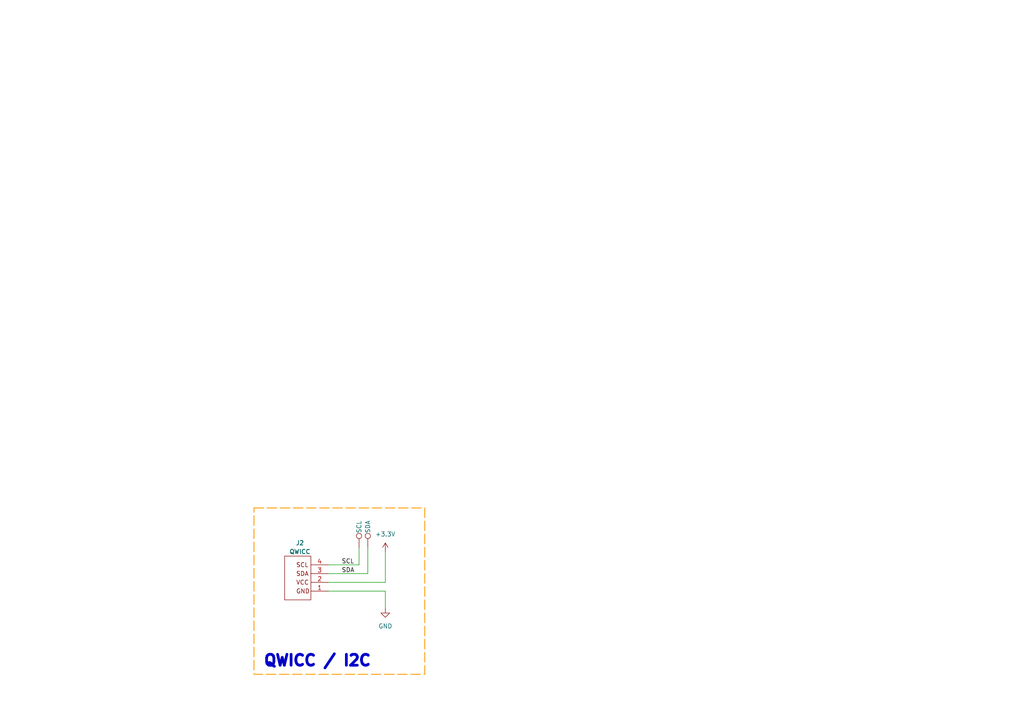
<source format=kicad_sch>
(kicad_sch (version 20250114) (generator "eeschema") (generator_version "9.0")
  (paper "A4")
  (lib_symbols
    (symbol "CRGM Connector:QWIIC"
      (property "Reference" "J" (at 0 0.254 0))
      (symbol "QWIIC_0_1"
        (rectangle (start 0 0) (end 7.62 -12.7))
      )
      (symbol "QWIIC_1_0"
        (text "SCL" (at 3.302 -2.54 0) (effects (font (size 1.25 1.25)) (justify left)))
        (text "SDA" (at 3.302 -5.08 0) (effects (font (size 1.25 1.25)) (justify left)))
        (text "VCC" (at 3.302 -7.62 0) (effects (font (size 1.25 1.25)) (justify left)))
        (text "GND" (at 3.302 -10.16 0) (effects (font (size 1.25 1.25)) (justify left)))
        (pin passive line (at 12.7 -2.54 180) (length 5.08) (name "4") (number "4"))
        (pin passive line (at 12.7 -5.08 180) (length 5.08) (name "3") (number "3"))
        (pin power_in line (at 12.7 -7.62 180) (length 5.08) (name "2") (number "2"))
        (pin power_in line (at 12.7 -10.16 180) (length 5.08) (name "1") (number "1"))
      )
    )
    (symbol "Connector:TestPoint" (pin_numbers (hide yes)) (pin_names (offset 0.762) (hide yes))
      (property "Reference" "TP" (at 0 6.858 0))
      (property "Value" "TestPoint" (at 0 5.08 0))
      (symbol "TestPoint_0_1"
        (circle (center 0 3.302) (radius 0.762))
      )
      (symbol "TestPoint_1_1"
        (pin passive line (at 0 0 90) (length 2.54) (name "1") (number "1"))
      )
    )
    (symbol "power:+3.3V" (power) (pin_numbers (hide yes)) (pin_names (offset 0) (hide yes))
      (property "Value" "+3.3V" (at 0 3.556 0))
      (symbol "+3.3V_0_1"
        (polyline (pts (xy -0.762 1.27) (xy 0 2.54)))
        (polyline (pts (xy 0 2.54) (xy 0.762 1.27)))
        (polyline (pts (xy 0 0) (xy 0 2.54)))
      )
      (symbol "+3.3V_1_1"
        (pin power_in line (at 0 0 90) (length 0) (name "~") (number "1"))
      )
    )
    (symbol "power:GND" (power) (pin_numbers (hide yes)) (pin_names (offset 0) (hide yes))
      (property "Value" "GND" (at 0 -3.81 0))
      (symbol "GND_0_1"
        (polyline (pts (xy 0 0) (xy 0 -1.27) (xy 1.27 -1.27) (xy 0 -2.54) (xy -1.27 -1.27) (xy 0 -1.27)))
      )
      (symbol "GND_1_1"
        (pin power_in line (at 0 0 270) (length 0) (name "~") (number "1"))
      )
    )
  )
  (rectangle (start 73.66 147.32) (end 123.19 195.58) (stroke (width 0.254) (type dash) (color 255 153 0 1)))
  (text "QWICC / I2C\n" (at 76.2 191.77 0) (effects (font (size 3.175 3.175) (thickness 0.889) (bold yes)) (justify left)))
  (wire (pts (xy 104.14 158.75) (xy 104.14 163.83)))
  (wire (pts (xy 95.25 166.37) (xy 106.68 166.37)))
  (wire (pts (xy 111.76 160.02) (xy 111.76 168.91)))
  (wire (pts (xy 106.68 158.75) (xy 106.68 166.37)))
  (wire (pts (xy 95.25 163.83) (xy 104.14 163.83)))
  (wire (pts (xy 95.25 168.91) (xy 111.76 168.91)))
  (wire (pts (xy 111.76 171.45) (xy 111.76 176.53)))
  (wire (pts (xy 95.25 171.45) (xy 111.76 171.45)))
  (label "SDA" (at 99.06 166.37 0))
  (label "SCL" (at 99.06 163.83 0))
  (symbol (lib_id "power:GND") (at 111.76 176.53 0) (unit 1)
    (property "Reference" "#PWR08" (effects (hide yes)))
    (property "Value" "GND" (at 111.76 181.61 0))
    (property "Description" "Power symbol creates a global label with name \"GND\" , ground" (effects (hide yes)))
  )
  (symbol (lib_id "power:+3.3V") (at 111.76 160.02 0) (unit 1)
    (property "Reference" "#PWR010" (effects (hide yes)))
    (property "Value" "+3.3V" (at 111.76 154.94 0))
    (property "Description" "Power symbol creates a global label with name \"+3.3V\"" (effects (hide yes)))
  )
  (symbol (lib_id "CRGM Connector:QWIIC") (at 82.55 161.29 0) (unit 1)
    (property "Reference" "J2" (at 86.995 157.48 0) (effects (font (thickness 0.2223))))
    (property "Value" "QWICC" (at 86.995 160.02 0) (effects (font (thickness 0.2223))))
    (property "Footprint" "CRGM Connector:JST_SH_SM04B-SRSS-TB_1x04-1MP_P1.00mm_Horizontal" (effects (hide yes)))
    (property "Description" "I2C Qwiic Connector 1mm pitch JST Horizontal" (effects (hide yes)))
    (property "MN" "JST" (effects (hide yes)))
    (property "MPN" "SM04B-SRSS-TBT(LF)(SN)" (effects (hide yes)))
    (property "Mouser" "306-SM04BSRSSTBTLFSN" (effects (hide yes)))
    (property "Digikey" "455-SM04B-SRSS-TBTR-ND" (effects (hide yes)))
    (property "LCSC" "C2763614" (effects (hide yes)))
  )
  (symbol (lib_id "Connector:TestPoint") (at 104.14 158.75 0) (unit 1)
    (property "Reference" "TP15" (effects (hide yes)))
    (property "Value" "SCL" (at 104.14 154.686 90) (effects (justify left)))
    (property "Footprint" "CRGM Mechanical:TestPoint_Pad_D1.0mm" (effects (hide yes)))
    (property "Description" "test point" (effects (hide yes)))
  )
  (symbol (lib_id "Connector:TestPoint") (at 106.68 158.75 0) (unit 1)
    (property "Reference" "TP16" (effects (hide yes)))
    (property "Value" "SDA" (at 106.68 154.686 90) (effects (justify left)))
    (property "Footprint" "CRGM Mechanical:TestPoint_Pad_D1.0mm" (effects (hide yes)))
    (property "Description" "test point" (effects (hide yes)))
  )
)
</source>
